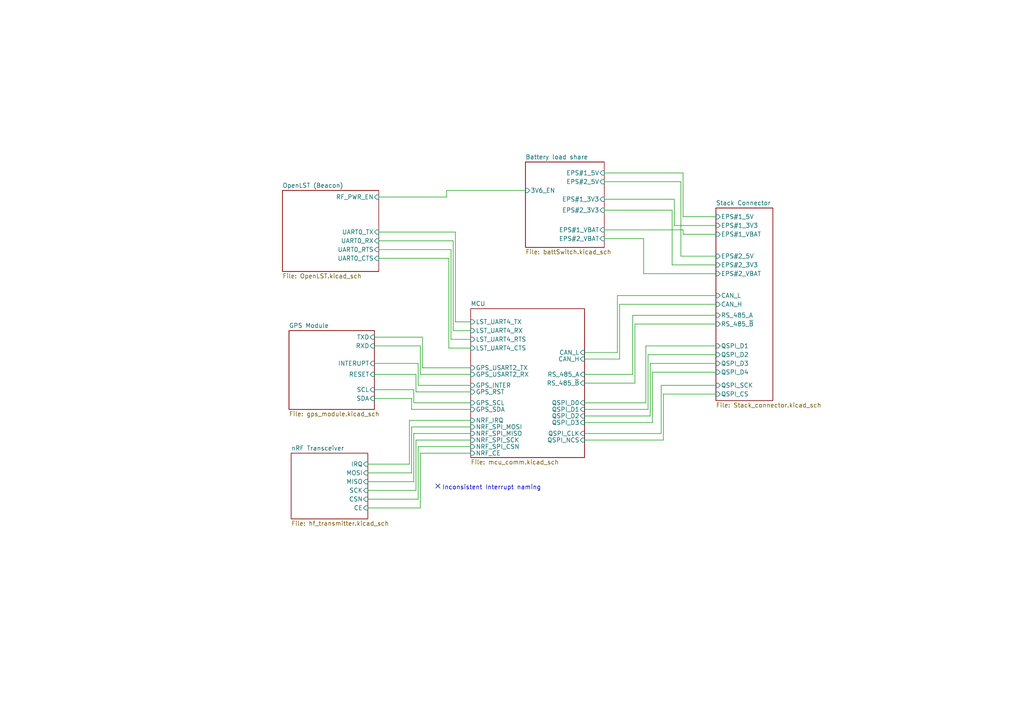
<source format=kicad_sch>
(kicad_sch (version 20210621) (generator eeschema)
  (paper "A4")
  (title_block (title "BUTCube - Communication Module") (date "2021-11-18") (rev "v0.2") (company "VUT - FIT(STRaDe) & FME(IAE & IPE)") (comment 1 "Author: Štěpán Rydlo"))
  (lib_symbols)
  (no_connect (at 127 140.97))
  (wire (pts (xy 108.585 100.33) (xy 121.92 100.33)))
  (wire (pts (xy 108.585 108.585) (xy 120.65 108.585)))
  (wire (pts (xy 108.585 115.57) (xy 119.38 115.57)))
  (wire (pts (xy 109.855 57.15) (xy 129.54 57.15)))
  (wire (pts (xy 109.855 69.85) (xy 131.445 69.85)))
  (wire (pts (xy 109.855 74.93) (xy 130.175 74.93)))
  (wire (pts (xy 118.745 121.92) (xy 118.745 134.62)))
  (wire (pts (xy 118.745 134.62) (xy 106.68 134.62)))
  (wire (pts (xy 119.38 115.57) (xy 119.38 118.745)))
  (wire (pts (xy 119.38 118.745) (xy 136.525 118.745)))
  (wire (pts (xy 119.38 123.825) (xy 119.38 137.16)))
  (wire (pts (xy 119.38 137.16) (xy 106.68 137.16)))
  (wire (pts (xy 120.015 113.03) (xy 108.585 113.03)))
  (wire (pts (xy 120.015 116.84) (xy 120.015 113.03)))
  (wire (pts (xy 120.015 125.73) (xy 120.015 139.7)))
  (wire (pts (xy 120.015 139.7) (xy 106.68 139.7)))
  (wire (pts (xy 120.65 108.585) (xy 120.65 113.665)))
  (wire (pts (xy 120.65 113.665) (xy 136.525 113.665)))
  (wire (pts (xy 120.65 127.635) (xy 120.65 142.24)))
  (wire (pts (xy 120.65 142.24) (xy 106.68 142.24)))
  (wire (pts (xy 121.285 105.41) (xy 108.585 105.41)))
  (wire (pts (xy 121.285 111.76) (xy 121.285 105.41)))
  (wire (pts (xy 121.285 129.54) (xy 121.285 144.78)))
  (wire (pts (xy 121.285 144.78) (xy 106.68 144.78)))
  (wire (pts (xy 121.92 100.33) (xy 121.92 108.585)))
  (wire (pts (xy 121.92 108.585) (xy 136.525 108.585)))
  (wire (pts (xy 121.92 131.445) (xy 121.92 147.32)))
  (wire (pts (xy 121.92 147.32) (xy 106.68 147.32)))
  (wire (pts (xy 122.555 97.79) (xy 108.585 97.79)))
  (wire (pts (xy 122.555 106.68) (xy 122.555 97.79)))
  (wire (pts (xy 129.54 55.245) (xy 152.4 55.245)))
  (wire (pts (xy 129.54 57.15) (xy 129.54 55.245)))
  (wire (pts (xy 130.175 74.93) (xy 130.175 100.965)))
  (wire (pts (xy 130.175 100.965) (xy 136.525 100.965)))
  (wire (pts (xy 130.81 72.39) (xy 109.855 72.39)))
  (wire (pts (xy 130.81 98.425) (xy 130.81 72.39)))
  (wire (pts (xy 131.445 69.85) (xy 131.445 95.885)))
  (wire (pts (xy 131.445 95.885) (xy 136.525 95.885)))
  (wire (pts (xy 132.08 67.31) (xy 109.855 67.31)))
  (wire (pts (xy 132.08 93.345) (xy 132.08 67.31)))
  (wire (pts (xy 136.525 93.345) (xy 132.08 93.345)))
  (wire (pts (xy 136.525 98.425) (xy 130.81 98.425)))
  (wire (pts (xy 136.525 106.68) (xy 122.555 106.68)))
  (wire (pts (xy 136.525 111.76) (xy 121.285 111.76)))
  (wire (pts (xy 136.525 116.84) (xy 120.015 116.84)))
  (wire (pts (xy 136.525 121.92) (xy 118.745 121.92)))
  (wire (pts (xy 136.525 123.825) (xy 119.38 123.825)))
  (wire (pts (xy 136.525 125.73) (xy 120.015 125.73)))
  (wire (pts (xy 136.525 127.635) (xy 120.65 127.635)))
  (wire (pts (xy 136.525 129.54) (xy 121.285 129.54)))
  (wire (pts (xy 136.525 131.445) (xy 121.92 131.445)))
  (wire (pts (xy 169.545 102.235) (xy 179.07 102.235)))
  (wire (pts (xy 169.545 104.14) (xy 179.705 104.14)))
  (wire (pts (xy 169.545 108.585) (xy 183.515 108.585)))
  (wire (pts (xy 169.545 111.125) (xy 184.15 111.125)))
  (wire (pts (xy 169.545 116.84) (xy 187.325 116.84)))
  (wire (pts (xy 169.545 120.65) (xy 188.595 120.65)))
  (wire (pts (xy 169.545 125.73) (xy 191.77 125.73)))
  (wire (pts (xy 175.26 66.675) (xy 198.12 66.675)))
  (wire (pts (xy 179.07 85.725) (xy 207.645 85.725)))
  (wire (pts (xy 179.07 102.235) (xy 179.07 85.725)))
  (wire (pts (xy 179.705 88.265) (xy 207.645 88.265)))
  (wire (pts (xy 179.705 104.14) (xy 179.705 88.265)))
  (wire (pts (xy 183.515 91.44) (xy 207.645 91.44)))
  (wire (pts (xy 183.515 108.585) (xy 183.515 91.44)))
  (wire (pts (xy 184.15 93.98) (xy 207.645 93.98)))
  (wire (pts (xy 184.15 111.125) (xy 184.15 93.98)))
  (wire (pts (xy 186.69 69.215) (xy 175.26 69.215)))
  (wire (pts (xy 186.69 79.375) (xy 186.69 69.215)))
  (wire (pts (xy 187.325 100.33) (xy 207.645 100.33)))
  (wire (pts (xy 187.325 116.84) (xy 187.325 100.33)))
  (wire (pts (xy 187.96 102.87) (xy 187.96 118.745)))
  (wire (pts (xy 187.96 118.745) (xy 169.545 118.745)))
  (wire (pts (xy 188.595 105.41) (xy 207.645 105.41)))
  (wire (pts (xy 188.595 120.65) (xy 188.595 105.41)))
  (wire (pts (xy 189.23 107.95) (xy 189.23 122.555)))
  (wire (pts (xy 189.23 122.555) (xy 169.545 122.555)))
  (wire (pts (xy 191.77 111.76) (xy 207.645 111.76)))
  (wire (pts (xy 191.77 125.73) (xy 191.77 111.76)))
  (wire (pts (xy 192.405 114.3) (xy 192.405 127.635)))
  (wire (pts (xy 192.405 127.635) (xy 169.545 127.635)))
  (wire (pts (xy 194.945 60.96) (xy 175.26 60.96)))
  (wire (pts (xy 194.945 76.835) (xy 194.945 60.96)))
  (wire (pts (xy 195.58 57.785) (xy 175.26 57.785)))
  (wire (pts (xy 195.58 65.405) (xy 195.58 57.785)))
  (wire (pts (xy 197.485 52.705) (xy 175.26 52.705)))
  (wire (pts (xy 197.485 74.295) (xy 197.485 52.705)))
  (wire (pts (xy 197.485 74.295) (xy 207.645 74.295)))
  (wire (pts (xy 198.12 50.165) (xy 175.26 50.165)))
  (wire (pts (xy 198.12 62.865) (xy 198.12 50.165)))
  (wire (pts (xy 198.12 62.865) (xy 207.645 62.865)))
  (wire (pts (xy 198.12 66.675) (xy 198.12 67.945)))
  (wire (pts (xy 198.12 67.945) (xy 207.645 67.945)))
  (wire (pts (xy 207.645 65.405) (xy 195.58 65.405)))
  (wire (pts (xy 207.645 76.835) (xy 194.945 76.835)))
  (wire (pts (xy 207.645 79.375) (xy 186.69 79.375)))
  (wire (pts (xy 207.645 102.87) (xy 187.96 102.87)))
  (wire (pts (xy 207.645 107.95) (xy 189.23 107.95)))
  (wire (pts (xy 207.645 114.3) (xy 192.405 114.3)))
  (text "Inconsistent Interrupt naming" (at 128.27 142.24 0) (effects (font (size 1.27 1.27)) (justify left bottom)))
  (sheet (at 152.4 46.99) (size 22.86 24.765) (stroke (width 0.1524))
    (property "Název listu" "Battery load share" (at 152.4 46.2784 0) (effects (justify left bottom)))
    (property "Soubor listu" "battSwitch.kicad_sch" (at 152.4 72.3396 0) (effects (justify left top)))
    (pin "EPS#1_3V3" input (at 175.26 57.785 0))
    (pin "EPS#2_3V3" input (at 175.26 60.96 0))
    (pin "EPS#2_5V" input (at 175.26 52.705 0))
    (pin "EPS#1_5V" input (at 175.26 50.165 0))
    (pin "EPS#2_VBAT" input (at 175.26 69.215 0))
    (pin "EPS#1_VBAT" input (at 175.26 66.675 0))
    (pin "3V6_EN" input (at 152.4 55.245 180))
  )
  (sheet (at 83.82 95.885) (size 24.765 22.86) (stroke (width 0.1524))
    (property "Název listu" "GPS Module" (at 83.82 95.1734 0) (effects (justify left bottom)))
    (property "Soubor listu" "gps_module.kicad_sch" (at 83.82 119.3296 0) (effects (justify left top)))
    (pin "INTERUPT" input (at 108.585 105.41 0))
    (pin "RESET" input (at 108.585 108.585 0))
    (pin "SCL" input (at 108.585 113.03 0))
    (pin "SDA" input (at 108.585 115.57 0))
    (pin "RXD" input (at 108.585 100.33 0))
    (pin "TXD" input (at 108.585 97.79 0))
  )
  (sheet (at 136.525 89.535) (size 33.02 43.18) (stroke (width 0.1524))
    (property "Název listu" "MCU" (at 136.525 88.8234 0) (effects (justify left bottom)))
    (property "Soubor listu" "mcu_comm.kicad_sch" (at 136.525 133.2996 0) (effects (justify left top)))
    (pin "RS_485_A" input (at 169.545 108.585 0))
    (pin "RS_485_~{B}" input (at 169.545 111.125 0))
    (pin "CAN_L" input (at 169.545 102.235 0))
    (pin "CAN_H" input (at 169.545 104.14 0))
    (pin "QSPI_CLK" input (at 169.545 125.73 0))
    (pin "QSPI_NCS" input (at 169.545 127.635 0))
    (pin "QSPI_D1" input (at 169.545 118.745 0))
    (pin "QSPI_D0" input (at 169.545 116.84 0))
    (pin "QSPI_D3" input (at 169.545 122.555 0))
    (pin "QSPI_D2" input (at 169.545 120.65 0))
    (pin "NRF_SPI_SCK" input (at 136.525 127.635 180))
    (pin "GPS_RST" input (at 136.525 113.665 180))
    (pin "GPS_INTER" input (at 136.525 111.76 180))
    (pin "NRF_SPI_CSN" input (at 136.525 129.54 180))
    (pin "NRF_SPI_MISO" input (at 136.525 125.73 180))
    (pin "NRF_SPI_MOSI" input (at 136.525 123.825 180))
    (pin "GPS_SCL" input (at 136.525 116.84 180))
    (pin "GPS_SDA" input (at 136.525 118.745 180))
    (pin "LST_UART4_RTS" input (at 136.525 98.425 180))
    (pin "LST_UART4_RX" input (at 136.525 95.885 180))
    (pin "GPS_USART2_TX" input (at 136.525 106.68 180))
    (pin "GPS_USART2_RX" input (at 136.525 108.585 180))
    (pin "LST_UART4_TX" input (at 136.525 93.345 180))
    (pin "LST_UART4_CTS" input (at 136.525 100.965 180))
    (pin "NRF_CE" input (at 136.525 131.445 180))
    (pin "NRF_IRQ" input (at 136.525 121.92 180))
  )
  (sheet (at 81.915 55.245) (size 27.94 23.495) (stroke (width 0.1524))
    (property "Název listu" "OpenLST (Beacon)" (at 81.915 54.5334 0) (effects (justify left bottom)))
    (property "Soubor listu" "OpenLST.kicad_sch" (at 81.915 79.3246 0) (effects (justify left top)))
    (pin "UART0_CTS" input (at 109.855 74.93 0))
    (pin "UART0_RTS" input (at 109.855 72.39 0))
    (pin "UART0_RX" input (at 109.855 69.85 0))
    (pin "UART0_TX" input (at 109.855 67.31 0))
    (pin "RF_PWR_EN" input (at 109.855 57.15 0))
  )
  (sheet (at 207.645 60.325) (size 16.51 55.88) (stroke (width 0.1524))
    (property "Název listu" "Stack Connector" (at 207.645 59.6134 0) (effects (justify left bottom)))
    (property "Soubor listu" "Stack_connector.kicad_sch" (at 207.645 116.7896 0) (effects (justify left top)))
    (pin "CAN_H" input (at 207.645 88.265 180))
    (pin "RS_485_A" input (at 207.645 91.44 180))
    (pin "EPS#1_5V" input (at 207.645 62.865 180))
    (pin "EPS#1_3V3" input (at 207.645 65.405 180))
    (pin "CAN_L" input (at 207.645 85.725 180))
    (pin "RS_485_~{B}" input (at 207.645 93.98 180))
    (pin "QSPI_D1" input (at 207.645 100.33 180))
    (pin "QSPI_SCK" input (at 207.645 111.76 180))
    (pin "EPS#2_3V3" input (at 207.645 76.835 180))
    (pin "EPS#2_5V" input (at 207.645 74.295 180))
    (pin "QSPI_CS" input (at 207.645 114.3 180))
    (pin "QSPI_D2" input (at 207.645 102.87 180))
    (pin "QSPI_D3" input (at 207.645 105.41 180))
    (pin "QSPI_D4" input (at 207.645 107.95 180))
    (pin "EPS#1_VBAT" input (at 207.645 67.945 180))
    (pin "EPS#2_VBAT" input (at 207.645 79.375 180))
  )
  (sheet (at 84.455 131.445) (size 22.225 19.05) (stroke (width 0.1524))
    (property "Název listu" "nRF Transceiver" (at 84.455 130.7334 0) (effects (justify left bottom)))
    (property "Soubor listu" "hf_transmitter.kicad_sch" (at 84.455 151.0796 0) (effects (justify left top)))
    (pin "MOSI" input (at 106.68 137.16 0))
    (pin "MISO" input (at 106.68 139.7 0))
    (pin "SCK" input (at 106.68 142.24 0))
    (pin "CE" input (at 106.68 147.32 0))
    (pin "IRQ" input (at 106.68 134.62 0))
    (pin "CSN" input (at 106.68 144.78 0))
  )
)
</source>
